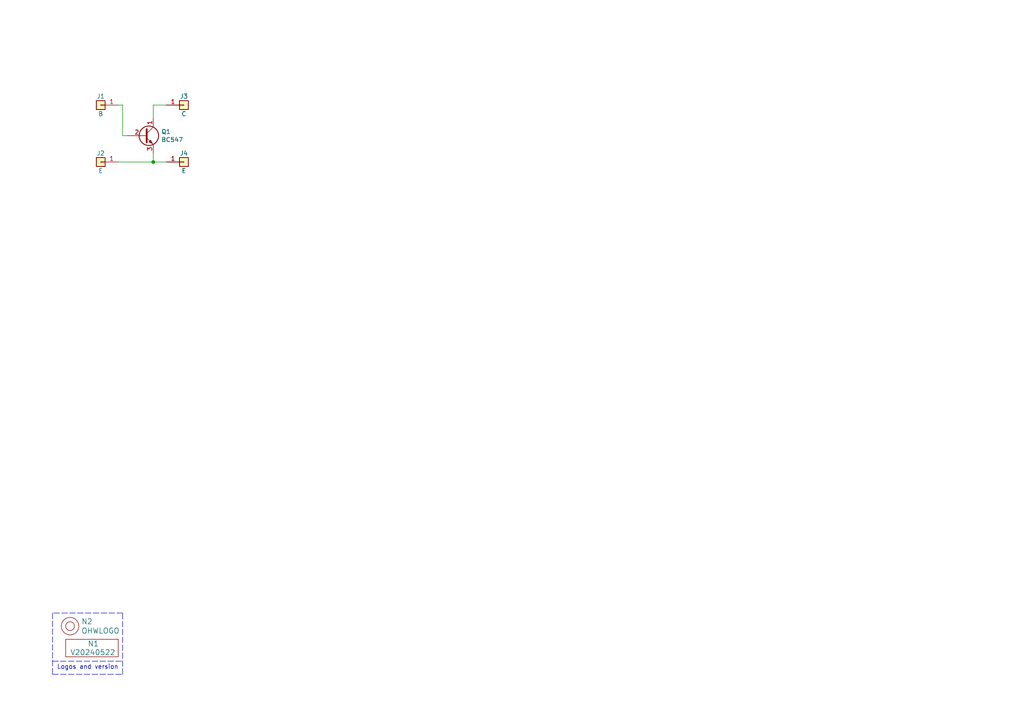
<source format=kicad_sch>
(kicad_sch (version 20230121) (generator eeschema)
  (paper "A4")
  (lib_symbols
    (symbol "Connector_Generic:Conn_01x01" (pin_names (offset 1.016) hide)
      (property "Reference" "J" (at 0 2.54 0))
      (property "Value" "Conn_01x01" (at 0 -2.54 0))
      (symbol "Conn_01x01_1_1"
        (rectangle (start -1.27 0.127) (end 0 -0.127) (stroke (width 0.1524)))
        (rectangle (start -1.27 1.27) (end 1.27 -1.27) (stroke (width 0.254)) (fill (type background)))
        (pin passive line (at -5.08 0 0) (length 3.81) (name "Pin_1") (number "1"))
      )
    )
    (symbol "Device:Q_NPN_CBE" (pin_names (offset 0) hide)
      (property "Reference" "Q" (at 5.08 1.27 0))
      (property "Value" "Q_NPN_CBE" (at 5.08 -1.27 0))
      (symbol "Q_NPN_CBE_0_1"
        (polyline (pts (xy 0.635 0.635) (xy 2.54 2.54)))
        (polyline (pts (xy 0.635 -0.635) (xy 2.54 -2.54) (xy 2.54 -2.54)))
        (polyline (pts (xy 0.635 1.905) (xy 0.635 -1.905) (xy 0.635 -1.905)) (stroke (width 0.508)))
        (polyline (pts (xy 1.27 -1.778) (xy 1.778 -1.27) (xy 2.286 -2.286) (xy 1.27 -1.778) (xy 1.27 -1.778)) (fill (type outline)))
        (circle (center 1.27 0) (radius 2.8194) (stroke (width 0.254)))
      )
      (symbol "Q_NPN_CBE_1_1"
        (pin passive line (at 2.54 5.08 270) (length 2.54) (name "C") (number "1"))
        (pin input line (at -5.08 0 0) (length 5.715) (name "B") (number "2"))
        (pin passive line (at 2.54 -5.08 90) (length 2.54) (name "E") (number "3"))
      )
    )
    (symbol "SquantorLabels:OHWLOGO" (pin_names (offset 1.016))
      (property "Reference" "N" (at 0 3.81 0))
      (property "Value" "OHWLOGO" (at 0 -3.81 0))
      (symbol "OHWLOGO_0_1"
        (circle (center 0 0) (radius 1.27))
        (circle (center 0 0) (radius 2.54))
      )
    )
    (symbol "SquantorLabels:VYYYYMMDD" (pin_names (offset 1.016))
      (property "Reference" "N" (at 0 2.54 0))
      (property "Value" "VYYYYMMDD" (at 0 0 0))
      (symbol "VYYYYMMDD_0_1"
        (rectangle (start 7.62 -1.27) (end -7.62 3.81))
      )
    )
  )
  (junction (at 44.45 46.99))
  (wire (pts (xy 44.45 44.45) (xy 44.45 46.99)))
  (wire (pts (xy 44.45 46.99) (xy 48.26 46.99)))
  (wire (pts (xy 44.45 34.29) (xy 44.45 30.48)))
  (polyline (pts (xy 35.56 177.8) (xy 15.24 177.8)) (stroke (width 0) (type dash)))
  (wire (pts (xy 34.29 30.48) (xy 35.56 30.48)))
  (wire (pts (xy 34.29 46.99) (xy 44.45 46.99)))
  (polyline (pts (xy 35.56 195.58) (xy 35.56 177.8)) (stroke (width 0) (type dash)))
  (wire (pts (xy 44.45 30.48) (xy 48.26 30.48)))
  (wire (pts (xy 35.56 39.37) (xy 36.83 39.37)))
  (wire (pts (xy 35.56 30.48) (xy 35.56 39.37)))
  (polyline (pts (xy 15.24 177.8) (xy 15.24 195.58)) (stroke (width 0) (type dash)))
  (polyline (pts (xy 15.24 191.77) (xy 35.56 191.77)) (stroke (width 0) (type dash)))
  (polyline (pts (xy 15.24 195.58) (xy 35.56 195.58)) (stroke (width 0) (type dash)))
  (text "Logos and version" (at 16.51 194.31 0) (effects (font (size 1.27 1.27)) (justify left bottom)))
  (symbol (lib_id "SquantorLabels:VYYYYMMDD") (at 26.67 189.23 0) (unit 1)
    (property "Reference" "N1" (at 25.4 186.69 0) (effects (font (size 1.524 1.524)) (justify left)))
    (property "Value" "V20240522" (at 20.32 189.23 0) (effects (font (size 1.524 1.524)) (justify left)))
    (property "Footprint" "SquantorLabels:Label_Generic" (effects hide))
  )
  (symbol (lib_id "SquantorLabels:OHWLOGO") (at 20.32 181.61 0) (unit 1)
    (property "Reference" "N2" (at 23.5712 180.2638 0) (effects (font (size 1.524 1.524)) (justify left)))
    (property "Value" "OHWLOGO" (at 23.5712 182.9562 0) (effects (font (size 1.524 1.524)) (justify left)))
    (property "Footprint" "Symbol:OSHW-Symbol_6.7x6mm_SilkScreen" (effects hide))
  )
  (symbol (lib_id "Connector_Generic:Conn_01x01") (at 29.21 46.99 180) (unit 1)
    (property "Reference" "J2" (at 29.21 44.45 0))
    (property "Value" "E" (at 29.21 49.53 0))
    (property "Footprint" "mill-max:PC_pin_nail_head_6092" (effects hide))
  )
  (symbol (lib_id "Connector_Generic:Conn_01x01") (at 29.21 30.48 180) (unit 1)
    (property "Reference" "J1" (at 29.21 27.94 0))
    (property "Value" "B" (at 29.21 33.02 0))
    (property "Footprint" "mill-max:PC_pin_nail_head_6092" (effects hide))
  )
  (symbol (lib_id "Connector_Generic:Conn_01x01") (at 53.34 30.48 0) (mirror x) (unit 1)
    (property "Reference" "J3" (at 53.34 27.94 0))
    (property "Value" "C" (at 53.34 33.02 0))
    (property "Footprint" "mill-max:PC_pin_nail_head_6092" (effects hide))
  )
  (symbol (lib_id "Connector_Generic:Conn_01x01") (at 53.34 46.99 0) (mirror x) (unit 1)
    (property "Reference" "J4" (at 53.34 44.45 0))
    (property "Value" "E" (at 53.34 49.53 0))
    (property "Footprint" "mill-max:PC_pin_nail_head_6092" (effects hide))
  )
  (symbol (lib_id "Device:Q_NPN_CBE") (at 41.91 39.37 0) (unit 1)
    (property "Reference" "Q1" (at 46.7614 38.2016 0) (effects (justify left)))
    (property "Value" "BC547" (at 46.7614 40.513 0) (effects (justify left)))
    (property "Footprint" "SquantorIC:TO-92L_Inline_transistor_CBEBC" (effects hide))
  )
)
</source>
